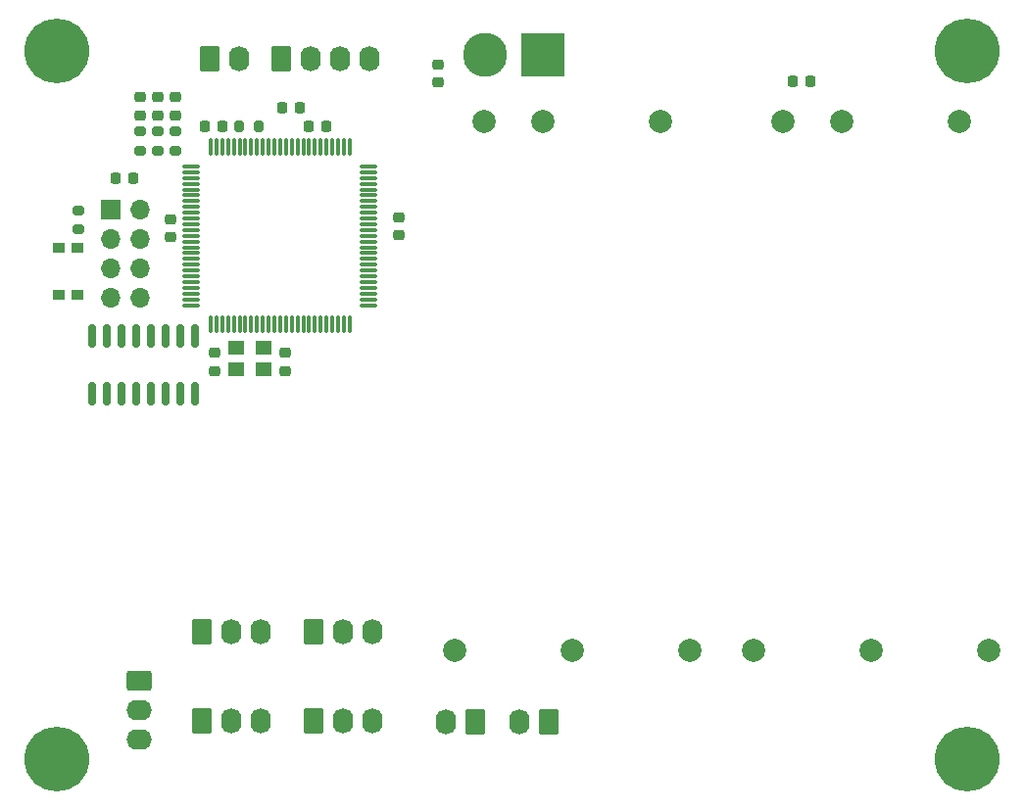
<source format=gbr>
%TF.GenerationSoftware,KiCad,Pcbnew,6.0.4-6f826c9f35~116~ubuntu20.04.1*%
%TF.CreationDate,2022-05-18T13:41:16+03:00*%
%TF.ProjectId,oskar_head_rev1,6f736b61-725f-4686-9561-645f72657631,rev?*%
%TF.SameCoordinates,Original*%
%TF.FileFunction,Soldermask,Top*%
%TF.FilePolarity,Negative*%
%FSLAX46Y46*%
G04 Gerber Fmt 4.6, Leading zero omitted, Abs format (unit mm)*
G04 Created by KiCad (PCBNEW 6.0.4-6f826c9f35~116~ubuntu20.04.1) date 2022-05-18 13:41:16*
%MOMM*%
%LPD*%
G01*
G04 APERTURE LIST*
G04 Aperture macros list*
%AMRoundRect*
0 Rectangle with rounded corners*
0 $1 Rounding radius*
0 $2 $3 $4 $5 $6 $7 $8 $9 X,Y pos of 4 corners*
0 Add a 4 corners polygon primitive as box body*
4,1,4,$2,$3,$4,$5,$6,$7,$8,$9,$2,$3,0*
0 Add four circle primitives for the rounded corners*
1,1,$1+$1,$2,$3*
1,1,$1+$1,$4,$5*
1,1,$1+$1,$6,$7*
1,1,$1+$1,$8,$9*
0 Add four rect primitives between the rounded corners*
20,1,$1+$1,$2,$3,$4,$5,0*
20,1,$1+$1,$4,$5,$6,$7,0*
20,1,$1+$1,$6,$7,$8,$9,0*
20,1,$1+$1,$8,$9,$2,$3,0*%
G04 Aperture macros list end*
%ADD10RoundRect,0.218750X-0.256250X0.218750X-0.256250X-0.218750X0.256250X-0.218750X0.256250X0.218750X0*%
%ADD11RoundRect,0.200000X0.275000X-0.200000X0.275000X0.200000X-0.275000X0.200000X-0.275000X-0.200000X0*%
%ADD12RoundRect,0.250000X-0.845000X0.620000X-0.845000X-0.620000X0.845000X-0.620000X0.845000X0.620000X0*%
%ADD13O,2.190000X1.740000*%
%ADD14C,2.000000*%
%ADD15C,3.600000*%
%ADD16C,5.600000*%
%ADD17RoundRect,0.225000X-0.250000X0.225000X-0.250000X-0.225000X0.250000X-0.225000X0.250000X0.225000X0*%
%ADD18RoundRect,0.250000X-0.620000X-0.845000X0.620000X-0.845000X0.620000X0.845000X-0.620000X0.845000X0*%
%ADD19O,1.740000X2.190000*%
%ADD20RoundRect,0.225000X0.250000X-0.225000X0.250000X0.225000X-0.250000X0.225000X-0.250000X-0.225000X0*%
%ADD21RoundRect,0.225000X0.225000X0.250000X-0.225000X0.250000X-0.225000X-0.250000X0.225000X-0.250000X0*%
%ADD22RoundRect,0.250000X0.620000X0.845000X-0.620000X0.845000X-0.620000X-0.845000X0.620000X-0.845000X0*%
%ADD23RoundRect,0.225000X-0.225000X-0.250000X0.225000X-0.250000X0.225000X0.250000X-0.225000X0.250000X0*%
%ADD24R,1.400000X1.200000*%
%ADD25RoundRect,0.200000X0.200000X0.275000X-0.200000X0.275000X-0.200000X-0.275000X0.200000X-0.275000X0*%
%ADD26R,1.700000X1.700000*%
%ADD27O,1.700000X1.700000*%
%ADD28R,3.800000X3.800000*%
%ADD29C,3.800000*%
%ADD30RoundRect,0.075000X-0.662500X-0.075000X0.662500X-0.075000X0.662500X0.075000X-0.662500X0.075000X0*%
%ADD31RoundRect,0.075000X-0.075000X-0.662500X0.075000X-0.662500X0.075000X0.662500X-0.075000X0.662500X0*%
%ADD32RoundRect,0.150000X-0.150000X0.850000X-0.150000X-0.850000X0.150000X-0.850000X0.150000X0.850000X0*%
%ADD33R,1.000000X0.900000*%
%ADD34RoundRect,0.200000X-0.275000X0.200000X-0.275000X-0.200000X0.275000X-0.200000X0.275000X0.200000X0*%
G04 APERTURE END LIST*
D10*
%TO.C,D3*%
X121208800Y-54609800D03*
X121208800Y-56184800D03*
%TD*%
%TO.C,D2*%
X122732800Y-54609800D03*
X122732800Y-56184800D03*
%TD*%
%TO.C,D1*%
X124256800Y-54609900D03*
X124256800Y-56184900D03*
%TD*%
D11*
%TO.C,R5*%
X121208800Y-59245000D03*
X121208800Y-57595000D03*
%TD*%
%TO.C,R4*%
X122732800Y-59245000D03*
X122732800Y-57595000D03*
%TD*%
%TO.C,R3*%
X124256800Y-59245000D03*
X124256800Y-57595000D03*
%TD*%
D12*
%TO.C,J5*%
X121138000Y-105054400D03*
D13*
X121138000Y-107594400D03*
X121138000Y-110134400D03*
%TD*%
D14*
%TO.C,U3*%
X166217600Y-56743600D03*
X156057600Y-56743600D03*
X150977600Y-56743600D03*
X148437600Y-102463600D03*
X158597600Y-102463600D03*
X168757600Y-102463600D03*
%TD*%
D15*
%TO.C,H2*%
X114046000Y-50647600D03*
D16*
X114046000Y-50647600D03*
%TD*%
D17*
%TO.C,C8*%
X127664890Y-76744050D03*
X127664890Y-78294050D03*
%TD*%
D18*
%TO.C,M1*%
X136270440Y-100807200D03*
D19*
X138810440Y-100807200D03*
X141350440Y-100807200D03*
%TD*%
D20*
%TO.C,C2*%
X123896490Y-66703650D03*
X123896490Y-65153650D03*
%TD*%
D21*
%TO.C,C4*%
X120687840Y-61671200D03*
X119137840Y-61671200D03*
%TD*%
D22*
%TO.C,J3*%
X156565600Y-108661200D03*
D19*
X154025600Y-108661200D03*
%TD*%
D18*
%TO.C,M3*%
X136270440Y-108559600D03*
D19*
X138810440Y-108559600D03*
X141350440Y-108559600D03*
%TD*%
D20*
%TO.C,C7*%
X133760890Y-78294050D03*
X133760890Y-76744050D03*
%TD*%
D18*
%TO.C,J7*%
X127249290Y-51318250D03*
D19*
X129789290Y-51318250D03*
%TD*%
D23*
%TO.C,C3*%
X135813200Y-57150000D03*
X137363200Y-57150000D03*
%TD*%
D22*
%TO.C,J4*%
X150215600Y-108661200D03*
D19*
X147675600Y-108661200D03*
%TD*%
D21*
%TO.C,C11*%
X179184600Y-53289200D03*
X177634600Y-53289200D03*
%TD*%
D23*
%TO.C,C6*%
X126829890Y-57140250D03*
X128379890Y-57140250D03*
%TD*%
D18*
%TO.C,M4*%
X126618440Y-100807200D03*
D19*
X129158440Y-100807200D03*
X131698440Y-100807200D03*
%TD*%
D15*
%TO.C,H4*%
X192684400Y-50647600D03*
D16*
X192684400Y-50647600D03*
%TD*%
D24*
%TO.C,Y1*%
X131912890Y-76264250D03*
X129512890Y-76264250D03*
X129512890Y-78164250D03*
X131912890Y-78164250D03*
%TD*%
D17*
%TO.C,C1*%
X143611600Y-65011000D03*
X143611600Y-66561000D03*
%TD*%
D15*
%TO.C,H1*%
X114046000Y-111861600D03*
D16*
X114046000Y-111861600D03*
%TD*%
D25*
%TO.C,R2*%
X131477890Y-57140250D03*
X129827890Y-57140250D03*
%TD*%
D18*
%TO.C,M2*%
X126567640Y-108559600D03*
D19*
X129107640Y-108559600D03*
X131647640Y-108559600D03*
%TD*%
D20*
%TO.C,C9*%
X147015200Y-53353000D03*
X147015200Y-51803000D03*
%TD*%
D21*
%TO.C,C10*%
X135064240Y-55575200D03*
X133514240Y-55575200D03*
%TD*%
D26*
%TO.C,J1*%
X118717945Y-64338450D03*
D27*
X121257945Y-64338450D03*
X118717945Y-66878450D03*
X121257945Y-66878450D03*
X118717945Y-69418450D03*
X121257945Y-69418450D03*
X118717945Y-71958450D03*
X121257945Y-71958450D03*
%TD*%
D15*
%TO.C,H3*%
X192684400Y-111861600D03*
D16*
X192684400Y-111861600D03*
%TD*%
D28*
%TO.C,J2*%
X156006800Y-50952400D03*
D29*
X151006800Y-50952400D03*
%TD*%
D30*
%TO.C,U1*%
X125682790Y-60614450D03*
X125682790Y-61114450D03*
X125682790Y-61614450D03*
X125682790Y-62114450D03*
X125682790Y-62614450D03*
X125682790Y-63114450D03*
X125682790Y-63614450D03*
X125682790Y-64114450D03*
X125682790Y-64614450D03*
X125682790Y-65114450D03*
X125682790Y-65614450D03*
X125682790Y-66114450D03*
X125682790Y-66614450D03*
X125682790Y-67114450D03*
X125682790Y-67614450D03*
X125682790Y-68114450D03*
X125682790Y-68614450D03*
X125682790Y-69114450D03*
X125682790Y-69614450D03*
X125682790Y-70114450D03*
X125682790Y-70614450D03*
X125682790Y-71114450D03*
X125682790Y-71614450D03*
X125682790Y-72114450D03*
X125682790Y-72614450D03*
D31*
X127345290Y-74276950D03*
X127845290Y-74276950D03*
X128345290Y-74276950D03*
X128845290Y-74276950D03*
X129345290Y-74276950D03*
X129845290Y-74276950D03*
X130345290Y-74276950D03*
X130845290Y-74276950D03*
X131345290Y-74276950D03*
X131845290Y-74276950D03*
X132345290Y-74276950D03*
X132845290Y-74276950D03*
X133345290Y-74276950D03*
X133845290Y-74276950D03*
X134345290Y-74276950D03*
X134845290Y-74276950D03*
X135345290Y-74276950D03*
X135845290Y-74276950D03*
X136345290Y-74276950D03*
X136845290Y-74276950D03*
X137345290Y-74276950D03*
X137845290Y-74276950D03*
X138345290Y-74276950D03*
X138845290Y-74276950D03*
X139345290Y-74276950D03*
D30*
X141007790Y-72614450D03*
X141007790Y-72114450D03*
X141007790Y-71614450D03*
X141007790Y-71114450D03*
X141007790Y-70614450D03*
X141007790Y-70114450D03*
X141007790Y-69614450D03*
X141007790Y-69114450D03*
X141007790Y-68614450D03*
X141007790Y-68114450D03*
X141007790Y-67614450D03*
X141007790Y-67114450D03*
X141007790Y-66614450D03*
X141007790Y-66114450D03*
X141007790Y-65614450D03*
X141007790Y-65114450D03*
X141007790Y-64614450D03*
X141007790Y-64114450D03*
X141007790Y-63614450D03*
X141007790Y-63114450D03*
X141007790Y-62614450D03*
X141007790Y-62114450D03*
X141007790Y-61614450D03*
X141007790Y-61114450D03*
X141007790Y-60614450D03*
D31*
X139345290Y-58951950D03*
X138845290Y-58951950D03*
X138345290Y-58951950D03*
X137845290Y-58951950D03*
X137345290Y-58951950D03*
X136845290Y-58951950D03*
X136345290Y-58951950D03*
X135845290Y-58951950D03*
X135345290Y-58951950D03*
X134845290Y-58951950D03*
X134345290Y-58951950D03*
X133845290Y-58951950D03*
X133345290Y-58951950D03*
X132845290Y-58951950D03*
X132345290Y-58951950D03*
X131845290Y-58951950D03*
X131345290Y-58951950D03*
X130845290Y-58951950D03*
X130345290Y-58951950D03*
X129845290Y-58951950D03*
X129345290Y-58951950D03*
X128845290Y-58951950D03*
X128345290Y-58951950D03*
X127845290Y-58951950D03*
X127345290Y-58951950D03*
%TD*%
D32*
%TO.C,U2*%
X125979290Y-75290450D03*
X124709290Y-75290450D03*
X123439290Y-75290450D03*
X122169290Y-75290450D03*
X120899290Y-75290450D03*
X119629290Y-75290450D03*
X118359290Y-75290450D03*
X117089290Y-75290450D03*
X117089290Y-80290450D03*
X118359290Y-80290450D03*
X119629290Y-80290450D03*
X120899290Y-80290450D03*
X122169290Y-80290450D03*
X123439290Y-80290450D03*
X124709290Y-80290450D03*
X125979290Y-80290450D03*
%TD*%
D18*
%TO.C,J6*%
X133476440Y-51308000D03*
D19*
X136016440Y-51308000D03*
X138556440Y-51308000D03*
X141096440Y-51308000D03*
%TD*%
D33*
%TO.C,SW1*%
X114206490Y-67637850D03*
X114206490Y-71737850D03*
X115806490Y-67637850D03*
X115806490Y-71737850D03*
%TD*%
D14*
%TO.C,U4*%
X192019200Y-56743600D03*
X181859200Y-56743600D03*
X176779200Y-56743600D03*
X174239200Y-102463600D03*
X184399200Y-102463600D03*
X194559200Y-102463600D03*
%TD*%
D34*
%TO.C,R1*%
X115928945Y-64392450D03*
X115928945Y-66042450D03*
%TD*%
M02*

</source>
